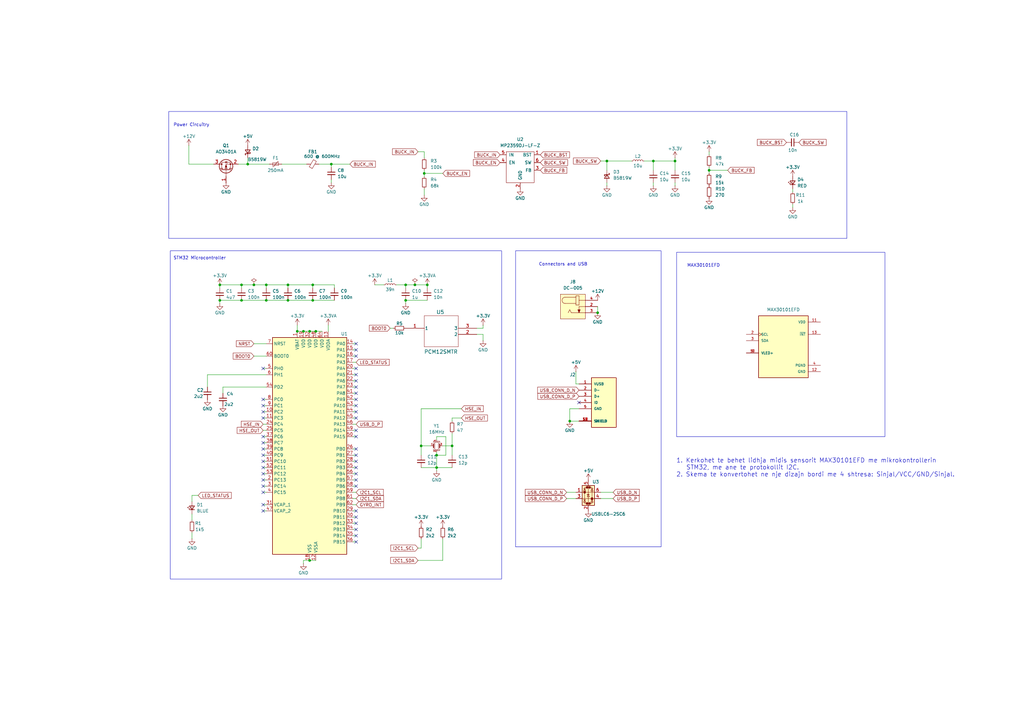
<source format=kicad_sch>
(kicad_sch (version 20231120) (generator "eeschema") (generator_version "8.0")
  (paper "A3")
  (lib_symbols
    (symbol "10118193-0001LF:10118193-0001LF" (pin_names (offset 1.016))
      (property "Reference" "J" (at -5.0817 10.9286 0))
      (property "Value" "10118193-0001LF" (at -5.0819 -12.7097 0))
      (symbol "10118193-0001LF_0_0"
        (pin passive line (at -10.16 7.62 0) (length 5.08) (name "VUSB") (number "1"))
        (pin passive line (at -10.16 5.08 0) (length 5.08) (name "D-") (number "2"))
        (pin passive line (at -10.16 2.54 0) (length 5.08) (name "D+") (number "3"))
        (pin passive line (at -10.16 0 0) (length 5.08) (name "ID") (number "4"))
        (pin passive line (at -10.16 -2.54 0) (length 5.08) (name "GND") (number "5"))
        (pin passive line (at -10.16 -7.62 0) (length 5.08) (name "SHIELD") (number "S1"))
        (pin passive line (at -10.16 -7.62 0) (length 5.08) (name "SHIELD") (number "S2"))
        (pin passive line (at -10.16 -7.62 0) (length 5.08) (name "SHIELD") (number "S3"))
        (pin passive line (at -10.16 -7.62 0) (length 5.08) (name "SHIELD") (number "S4"))
        (pin passive line (at -10.16 -7.62 0) (length 5.08) (name "SHIELD") (number "S5"))
        (pin passive line (at -10.16 -7.62 0) (length 5.08) (name "SHIELD") (number "S6"))
      )
    )
    (symbol "2024-11-09_23-25-21:PCM12SMTR" (pin_names (offset 0.254))
      (property "Reference" "U5" (at 20.32 10.16 0))
      (property "Value" "PCM12SMTR" (at 20.32 7.62 0))
      (symbol "PCM12SMTR_1_1"
        (pin unspecified line (at 0 0 0) (length 7.62) (name "1") (number "1"))
        (pin unspecified line (at 29.21 -2.54 180) (length 7.62) (name "2") (number "2"))
        (pin unspecified line (at 29.21 0 180) (length 7.62) (name "3") (number "3"))
      )
    )
    (symbol "DC-005:DC-005" (pin_names (offset 1.016))
      (property "Reference" "J" (at -5.0943 5.5976 0))
      (property "Value" "DC-005" (at -5.0995 -7.6398 0))
      (symbol "DC-005_0_0"
        (pin passive line (at 10.16 0 180) (length 5.08) (name "~") (number "2"))
        (pin passive line (at 10.16 -2.54 180) (length 5.08) (name "~") (number "3"))
        (pin passive line (at 10.16 2.54 180) (length 5.08) (name "~") (number "4"))
      )
    )
    (symbol "Device:C_Small" (pin_numbers hide) (pin_names (offset 0.254) hide)
      (property "Reference" "C" (at 0.254 1.778 0))
      (property "Value" "C_Small" (at 0.254 -2.032 0))
      (symbol "C_Small_1_1"
        (pin passive line (at 0 2.54 270) (length 2.032) (name "~") (number "1"))
        (pin passive line (at 0 -2.54 90) (length 2.032) (name "~") (number "2"))
      )
    )
    (symbol "Device:Crystal_GND24_Small" (pin_names (offset 1.016) hide)
      (property "Reference" "Y" (at 1.27 4.445 0))
      (property "Value" "Crystal_GND24_Small" (at 1.27 2.54 0))
      (symbol "Crystal_GND24_Small_1_1"
        (pin passive line (at -2.54 0 0) (length 1.27) (name "1") (number "1"))
        (pin passive line (at 0 -2.54 90) (length 0.635) (name "2") (number "2"))
        (pin passive line (at 2.54 0 180) (length 1.27) (name "3") (number "3"))
        (pin passive line (at 0 2.54 270) (length 0.635) (name "4") (number "4"))
      )
    )
    (symbol "Device:D_Schottky_Small" (pin_numbers hide) (pin_names (offset 0.254) hide)
      (property "Reference" "D" (at -1.27 2.032 0))
      (property "Value" "D_Schottky_Small" (at -7.112 -2.032 0))
      (symbol "D_Schottky_Small_1_1"
        (pin passive line (at -2.54 0 0) (length 1.778) (name "K") (number "1"))
        (pin passive line (at 2.54 0 180) (length 1.778) (name "A") (number "2"))
      )
    )
    (symbol "Device:Ferrite_Bead_Small" (pin_numbers hide) (pin_names (offset 0))
      (property "Reference" "FB" (at 1.905 1.27 0))
      (property "Value" "Device_Ferrite_Bead_Small" (at 1.905 -1.27 0))
      (symbol "Ferrite_Bead_Small_1_1"
        (pin passive line (at 0 2.54 270) (length 1.27) (name "~") (number "1"))
        (pin passive line (at 0 -2.54 90) (length 1.27) (name "~") (number "2"))
      )
    )
    (symbol "Device:LED_Small" (pin_numbers hide) (pin_names (offset 0.254) hide)
      (property "Reference" "D" (at -1.27 3.175 0))
      (property "Value" "LED_Small" (at -4.445 -2.54 0))
      (symbol "LED_Small_1_1"
        (pin passive line (at -2.54 0 0) (length 1.778) (name "K") (number "1"))
        (pin passive line (at 2.54 0 180) (length 1.778) (name "A") (number "2"))
      )
    )
    (symbol "Device:L_Small" (pin_numbers hide) (pin_names (offset 0.254) hide)
      (property "Reference" "L" (at 0.762 1.016 0))
      (property "Value" "L_Small" (at 0.762 -1.016 0))
      (symbol "L_Small_1_1"
        (pin passive line (at 0 2.54 270) (length 0.508) (name "~") (number "1"))
        (pin passive line (at 0 -2.54 90) (length 0.508) (name "~") (number "2"))
      )
    )
    (symbol "Device:Polyfuse_Small" (pin_numbers hide) (pin_names (offset 0))
      (property "Reference" "F" (at -1.905 0 90))
      (property "Value" "Polyfuse_Small" (at 1.905 0 90))
      (symbol "Polyfuse_Small_1_1"
        (pin passive line (at 0 2.54 270) (length 0.635) (name "~") (number "1"))
        (pin passive line (at 0 -2.54 90) (length 0.635) (name "~") (number "2"))
      )
    )
    (symbol "Device:R_Small" (pin_numbers hide) (pin_names (offset 0.254) hide)
      (property "Reference" "R" (at 0.762 0.508 0))
      (property "Value" "R_Small" (at 0.762 -1.016 0))
      (symbol "R_Small_1_1"
        (pin passive line (at 0 2.54 270) (length 0.762) (name "~") (number "1"))
        (pin passive line (at 0 -2.54 90) (length 0.762) (name "~") (number "2"))
      )
    )
    (symbol "MAX30101EFD:MAX30101EFD" (pin_names (offset 1.016))
      (property "Reference" "U" (at -10.16 12.7 0))
      (property "Value" "MAX30101EFD" (at -10.16 -15.24 0))
      (symbol "MAX30101EFD_0_0"
        (pin passive line (at -15.24 -2.54 0) (length 5.08) (name "VLED+") (number "10"))
        (pin power_in line (at 15.24 10.16 180) (length 5.08) (name "VDD") (number "11"))
        (pin power_in line (at 15.24 -10.16 180) (length 5.08) (name "GND") (number "12"))
        (pin output line (at 15.24 5.08 180) (length 5.08) (name "~{INT}") (number "13"))
        (pin input clock (at -15.24 5.08 0) (length 5.08) (name "SCL") (number "2"))
        (pin bidirectional line (at -15.24 2.54 0) (length 5.08) (name "SDA") (number "3"))
        (pin power_in line (at 15.24 -7.62 180) (length 5.08) (name "PGND") (number "4"))
        (pin passive line (at -15.24 -2.54 0) (length 5.08) (name "VLED+") (number "9"))
      )
    )
    (symbol "MCU_ST_STM32F4:STM32F405RGTx"
      (property "Reference" "U1" (at 14.224 47.244 0))
      (property "Value" "STM32F405RGT6" (at 12.7 -44.45 0))
      (symbol "STM32F405RGTx_1_1"
        (pin power_in line (at -5.08 48.26 270) (length 2.54) (name "VBAT") (number "1"))
        (pin bidirectional line (at -17.78 15.24 0) (length 2.54) (name "PC2") (number "10"))
        (pin bidirectional line (at -17.78 12.7 0) (length 2.54) (name "PC3") (number "11"))
        (pin power_in line (at 2.54 -45.72 90) (length 2.54) (name "VSSA") (number "12"))
        (pin power_in line (at 7.62 48.26 270) (length 2.54) (name "VDDA") (number "13"))
        (pin bidirectional line (at 17.78 43.18 180) (length 2.54) (name "PA0") (number "14"))
        (pin bidirectional line (at 17.78 40.64 180) (length 2.54) (name "PA1") (number "15"))
        (pin bidirectional line (at 17.78 38.1 180) (length 2.54) (name "PA2") (number "16"))
        (pin bidirectional line (at 17.78 35.56 180) (length 2.54) (name "PA3") (number "17"))
        (pin power_in line (at 0 -45.72 90) (length 2.54) (name "VSS") (number "18"))
        (pin power_in line (at -2.54 48.26 270) (length 2.54) (name "VDD") (number "19"))
        (pin bidirectional line (at -17.78 -12.7 0) (length 2.54) (name "PC13") (number "2"))
        (pin bidirectional line (at 17.78 33.02 180) (length 2.54) (name "PA4") (number "20"))
        (pin bidirectional line (at 17.78 30.48 180) (length 2.54) (name "PA5") (number "21"))
        (pin bidirectional line (at 17.78 27.94 180) (length 2.54) (name "PA6") (number "22"))
        (pin bidirectional line (at 17.78 25.4 180) (length 2.54) (name "PA7") (number "23"))
        (pin bidirectional line (at -17.78 10.16 0) (length 2.54) (name "PC4") (number "24"))
        (pin bidirectional line (at -17.78 7.62 0) (length 2.54) (name "PC5") (number "25"))
        (pin bidirectional line (at 17.78 0 180) (length 2.54) (name "PB0") (number "26"))
        (pin bidirectional line (at 17.78 -2.54 180) (length 2.54) (name "PB1") (number "27"))
        (pin bidirectional line (at 17.78 -5.08 180) (length 2.54) (name "PB2") (number "28"))
        (pin bidirectional line (at 17.78 -25.4 180) (length 2.54) (name "PB10") (number "29"))
        (pin bidirectional line (at -17.78 -15.24 0) (length 2.54) (name "PC14") (number "3"))
        (pin bidirectional line (at 17.78 -27.94 180) (length 2.54) (name "PB11") (number "30"))
        (pin power_out line (at -17.78 -22.86 0) (length 2.54) (name "VCAP_1") (number "31"))
        (pin power_in line (at 0 48.26 270) (length 2.54) (name "VDD") (number "32"))
        (pin bidirectional line (at 17.78 -30.48 180) (length 2.54) (name "PB12") (number "33"))
        (pin bidirectional line (at 17.78 -33.02 180) (length 2.54) (name "PB13") (number "34"))
        (pin bidirectional line (at 17.78 -35.56 180) (length 2.54) (name "PB14") (number "35"))
        (pin bidirectional line (at 17.78 -38.1 180) (length 2.54) (name "PB15") (number "36"))
        (pin bidirectional line (at -17.78 5.08 0) (length 2.54) (name "PC6") (number "37"))
        (pin bidirectional line (at -17.78 2.54 0) (length 2.54) (name "PC7") (number "38"))
        (pin bidirectional line (at -17.78 0 0) (length 2.54) (name "PC8") (number "39"))
        (pin bidirectional line (at -17.78 -17.78 0) (length 2.54) (name "PC15") (number "4"))
        (pin bidirectional line (at -17.78 -2.54 0) (length 2.54) (name "PC9") (number "40"))
        (pin bidirectional line (at 17.78 22.86 180) (length 2.54) (name "PA8") (number "41"))
        (pin bidirectional line (at 17.78 20.32 180) (length 2.54) (name "PA9") (number "42"))
        (pin bidirectional line (at 17.78 17.78 180) (length 2.54) (name "PA10") (number "43"))
        (pin bidirectional line (at 17.78 15.24 180) (length 2.54) (name "PA11") (number "44"))
        (pin bidirectional line (at 17.78 12.7 180) (length 2.54) (name "PA12") (number "45"))
        (pin bidirectional line (at 17.78 10.16 180) (length 2.54) (name "PA13") (number "46"))
        (pin power_out line (at -17.78 -25.4 0) (length 2.54) (name "VCAP_2") (number "47"))
        (pin power_in line (at 2.54 48.26 270) (length 2.54) (name "VDD") (number "48"))
        (pin bidirectional line (at 17.78 7.62 180) (length 2.54) (name "PA14") (number "49"))
        (pin bidirectional line (at -17.78 33.02 0) (length 2.54) (name "PH0") (number "5"))
        (pin bidirectional line (at 17.78 5.08 180) (length 2.54) (name "PA15") (number "50"))
        (pin bidirectional line (at -17.78 -5.08 0) (length 2.54) (name "PC10") (number "51"))
        (pin bidirectional line (at -17.78 -7.62 0) (length 2.54) (name "PC11") (number "52"))
        (pin bidirectional line (at -17.78 -10.16 0) (length 2.54) (name "PC12") (number "53"))
        (pin bidirectional line (at -17.78 25.4 0) (length 2.54) (name "PD2") (number "54"))
        (pin bidirectional line (at 17.78 -7.62 180) (length 2.54) (name "PB3") (number "55"))
        (pin bidirectional line (at 17.78 -10.16 180) (length 2.54) (name "PB4") (number "56"))
        (pin bidirectional line (at 17.78 -12.7 180) (length 2.54) (name "PB5") (number "57"))
        (pin bidirectional line (at 17.78 -15.24 180) (length 2.54) (name "PB6") (number "58"))
        (pin bidirectional line (at 17.78 -17.78 180) (length 2.54) (name "PB7") (number "59"))
        (pin bidirectional line (at -17.78 30.48 0) (length 2.54) (name "PH1") (number "6"))
        (pin input line (at -17.78 38.1 0) (length 2.54) (name "BOOT0") (number "60"))
        (pin bidirectional line (at 17.78 -20.32 180) (length 2.54) (name "PB8") (number "61"))
        (pin bidirectional line (at 17.78 -22.86 180) (length 2.54) (name "PB9") (number "62"))
        (pin passive line (at 0 -45.72 90) (length 2.54) hide (name "VSS") (number "63"))
        (pin power_in line (at 5.08 48.26 270) (length 2.54) (name "VDD") (number "64"))
        (pin input line (at -17.78 43.18 0) (length 2.54) (name "NRST") (number "7"))
        (pin bidirectional line (at -17.78 20.32 0) (length 2.54) (name "PC0") (number "8"))
        (pin bidirectional line (at -17.78 17.78 0) (length 2.54) (name "PC1") (number "9"))
      )
    )
    (symbol "Power_Protection:USBLC6-2SC6" (pin_names hide)
      (property "Reference" "U" (at 0.635 5.715 0))
      (property "Value" "USBLC6-2SC6" (at 0.635 3.81 0))
      (symbol "USBLC6-2SC6_1_1"
        (pin passive line (at -5.08 0 0) (length 2.54) (name "I/O1") (number "1"))
        (pin passive line (at 0 -7.62 90) (length 2.54) (name "GND") (number "2"))
        (pin passive line (at -5.08 -2.54 0) (length 2.54) (name "I/O2") (number "3"))
        (pin passive line (at 5.08 -2.54 180) (length 2.54) (name "I/O2") (number "4"))
        (pin passive line (at 0 5.08 270) (length 2.54) (name "VBUS") (number "5"))
        (pin passive line (at 5.08 0 180) (length 2.54) (name "I/O1") (number "6"))
      )
    )
    (symbol "SchmillipKiCADLibrary:MP2359DJ-LF-Z" (pin_names (offset 1.016))
      (property "Reference" "U" (at 0 9.525 0))
      (property "Value" "SchmillipKiCADLibrary_MP2359DJ-LF-Z" (at 10.16 -6.35 0))
      (symbol "MP2359DJ-LF-Z_1_1"
        (pin input line (at 8.255 6.35 180) (length 2.54) (name "BST") (number "1"))
        (pin power_in line (at 0 -7.62 90) (length 2.54) (name "GND") (number "2"))
        (pin input line (at 8.255 0 180) (length 2.54) (name "FB") (number "3"))
        (pin input line (at -8.255 3.175 0) (length 2.54) (name "EN") (number "4"))
        (pin power_in line (at -8.255 6.35 0) (length 2.54) (name "IN") (number "5"))
        (pin power_out line (at 8.255 3.175 180) (length 2.54) (name "SW") (number "6"))
      )
    )
    (symbol "Transistor_FET:AO3401A" (pin_names hide)
      (property "Reference" "Q" (at 5.08 1.905 0))
      (property "Value" "AO3401A" (at 5.08 0 0))
      (symbol "AO3401A_1_1"
        (pin input line (at -5.08 0 0) (length 2.54) (name "G") (number "1"))
        (pin passive line (at 2.54 -5.08 90) (length 2.54) (name "S") (number "2"))
        (pin passive line (at 2.54 5.08 270) (length 2.54) (name "D") (number "3"))
      )
    )
    (symbol "power:+12V" (power) (pin_numbers hide) (pin_names (offset 0) hide)
      (property "Value" "+12V" (at 0 3.556 0))
      (symbol "+12V_1_1"
        (pin power_in line (at 0 0 90) (length 0) (name "~") (number "1"))
      )
    )
    (symbol "power:+3.3V" (power) (pin_numbers hide) (pin_names (offset 0) hide)
      (property "Value" "+3.3V" (at 0 3.556 0))
      (symbol "+3.3V_1_1"
        (pin power_in line (at 0 0 90) (length 0) (name "~") (number "1"))
      )
    )
    (symbol "power:+3.3VA" (power) (pin_numbers hide) (pin_names (offset 0) hide)
      (property "Value" "+3.3VA" (at 0 3.556 0))
      (symbol "+3.3VA_1_1"
        (pin power_in line (at 0 0 90) (length 0) (name "~") (number "1"))
      )
    )
    (symbol "power:+5V" (power) (pin_numbers hide) (pin_names (offset 0) hide)
      (property "Value" "+5V" (at 0 3.556 0))
      (symbol "+5V_1_1"
        (pin power_in line (at 0 0 90) (length 0) (name "~") (number "1"))
      )
    )
    (symbol "power:GND" (power) (pin_numbers hide) (pin_names (offset 0) hide)
      (property "Value" "GND" (at 0 -3.81 0))
      (symbol "GND_1_1"
        (pin power_in line (at 0 0 270) (length 0) (name "~") (number "1"))
      )
    )
    (symbol "power:PWR_FLAG" (power) (pin_numbers hide) (pin_names (offset 0) hide)
      (property "Value" "PWR_FLAG" (at 0 3.81 0))
      (symbol "PWR_FLAG_0_0"
        (pin power_out line (at 0 0 90) (length 0) (name "~") (number "1"))
      )
    )
  )
  (junction (at 129.54 135.89))
  (junction (at 99.06 123.19))
  (junction (at 172.72 182.88))
  (junction (at 90.17 123.19))
  (junction (at 179.07 191.77))
  (junction (at 127 229.87))
  (junction (at 173.99 71.12))
  (junction (at 175.26 116.84))
  (junction (at 267.97 66.04))
  (junction (at 166.37 123.19))
  (junction (at 248.92 66.04))
  (junction (at 170.18 116.84))
  (junction (at 233.68 172.72))
  (junction (at 109.22 116.84))
  (junction (at 101.6 67.31))
  (junction (at 118.11 116.84))
  (junction (at 104.14 116.84))
  (junction (at 99.06 116.84))
  (junction (at 290.83 69.85))
  (junction (at 276.86 66.04))
  (junction (at 109.22 123.19))
  (junction (at 135.89 67.31))
  (junction (at 90.17 116.84))
  (junction (at 166.37 116.84))
  (junction (at 124.46 135.89))
  (junction (at 245.11 128.27))
  (junction (at 127 135.89))
  (junction (at 128.27 123.19))
  (junction (at 128.27 116.84))
  (junction (at 118.11 123.19))
  (junction (at 179.07 186.69))
  (junction (at 121.92 135.89))
  (junction (at 185.42 182.88))
  (no_connect (at 146.05 166.37))
  (no_connect (at 107.95 166.37))
  (no_connect (at 107.95 189.23))
  (no_connect (at 146.05 156.21))
  (no_connect (at 107.95 199.39))
  (no_connect (at 107.95 196.85))
  (no_connect (at 107.95 201.93))
  (no_connect (at 107.95 186.69))
  (no_connect (at 146.05 143.51))
  (no_connect (at 146.05 158.75))
  (no_connect (at 146.05 194.31))
  (no_connect (at 107.95 207.01))
  (no_connect (at 107.95 194.31))
  (no_connect (at 146.05 179.07))
  (no_connect (at 107.95 171.45))
  (no_connect (at 146.05 212.09))
  (no_connect (at 146.05 217.17))
  (no_connect (at 146.05 184.15))
  (no_connect (at 107.95 168.91))
  (no_connect (at 146.05 219.71))
  (no_connect (at 107.95 179.07))
  (no_connect (at 146.05 189.23))
  (no_connect (at 107.95 209.55))
  (no_connect (at 146.05 146.05))
  (no_connect (at 146.05 214.63))
  (no_connect (at 107.95 184.15))
  (no_connect (at 146.05 163.83))
  (no_connect (at 146.05 176.53))
  (no_connect (at 107.95 151.13))
  (no_connect (at 107.95 181.61))
  (no_connect (at 146.05 161.29))
  (no_connect (at 146.05 186.69))
  (no_connect (at 146.05 222.25))
  (no_connect (at 146.05 209.55))
  (no_connect (at 146.05 196.85))
  (no_connect (at 146.05 140.97))
  (no_connect (at 107.95 191.77))
  (no_connect (at 146.05 171.45))
  (no_connect (at 146.05 153.67))
  (no_connect (at 146.05 191.77))
  (no_connect (at 146.05 151.13))
  (no_connect (at 107.95 163.83))
  (no_connect (at 237.49 165.1))
  (no_connect (at 146.05 168.91))
  (no_connect (at 146.05 199.39))
  (wire (pts (xy 144.78 153.67) (xy 146.05 153.67)))
  (wire (pts (xy 107.95 201.93) (xy 109.22 201.93)))
  (wire (pts (xy 107.95 163.83) (xy 109.22 163.83)))
  (wire (pts (xy 107.95 207.01) (xy 109.22 207.01)))
  (wire (pts (xy 172.72 167.64) (xy 172.72 182.88)))
  (wire (pts (xy 90.17 116.84) (xy 90.17 118.11)))
  (wire (pts (xy 179.07 180.34) (xy 179.07 179.07)))
  (wire (pts (xy 185.42 177.8) (xy 185.42 182.88)))
  (wire (pts (xy 99.06 116.84) (xy 104.14 116.84)))
  (wire (pts (xy 146.05 161.29) (xy 144.78 161.29)))
  (wire (pts (xy 128.27 118.11) (xy 128.27 116.84)))
  (wire (pts (xy 146.05 163.83) (xy 144.78 163.83)))
  (wire (pts (xy 175.26 116.84) (xy 170.18 116.84)))
  (wire (pts (xy 146.05 148.59) (xy 144.78 148.59)))
  (wire (pts (xy 237.49 167.64) (xy 233.68 167.64)))
  (wire (pts (xy 121.92 135.89) (xy 124.46 135.89)))
  (wire (pts (xy 166.37 116.84) (xy 162.56 116.84)))
  (wire (pts (xy 107.95 171.45) (xy 109.22 171.45)))
  (wire (pts (xy 107.95 199.39) (xy 109.22 199.39)))
  (wire (pts (xy 107.95 196.85) (xy 109.22 196.85)))
  (wire (pts (xy 77.47 59.69) (xy 77.47 67.31)))
  (wire (pts (xy 290.83 63.5) (xy 290.83 62.23)))
  (wire (pts (xy 146.05 209.55) (xy 144.78 209.55)))
  (wire (pts (xy 90.17 124.46) (xy 90.17 123.19)))
  (wire (pts (xy 81.28 203.2) (xy 78.74 203.2)))
  (wire (pts (xy 135.89 68.58) (xy 135.89 67.31)))
  (wire (pts (xy 233.68 172.72) (xy 237.49 172.72)))
  (wire (pts (xy 90.17 123.19) (xy 99.06 123.19)))
  (wire (pts (xy 107.95 181.61) (xy 109.22 181.61)))
  (wire (pts (xy 109.22 123.19) (xy 118.11 123.19)))
  (wire (pts (xy 290.83 69.85) (xy 290.83 71.12)))
  (wire (pts (xy 146.05 207.01) (xy 144.78 207.01)))
  (wire (pts (xy 179.07 193.04) (xy 179.07 191.77)))
  (wire (pts (xy 99.06 118.11) (xy 99.06 116.84)))
  (wire (pts (xy 173.99 71.12) (xy 173.99 69.85)))
  (wire (pts (xy 146.05 171.45) (xy 144.78 171.45)))
  (wire (pts (xy 107.95 179.07) (xy 109.22 179.07)))
  (wire (pts (xy 78.74 213.36) (xy 78.74 210.82)))
  (wire (pts (xy 198.12 137.16) (xy 195.58 137.16)))
  (wire (pts (xy 124.46 231.14) (xy 124.46 229.87)))
  (wire (pts (xy 248.92 69.85) (xy 248.92 66.04)))
  (wire (pts (xy 185.42 171.45) (xy 185.42 172.72)))
  (wire (pts (xy 248.92 66.04) (xy 246.38 66.04)))
  (wire (pts (xy 109.22 118.11) (xy 109.22 116.84)))
  (wire (pts (xy 181.61 71.12) (xy 173.99 71.12)))
  (wire (pts (xy 144.78 151.13) (xy 146.05 151.13)))
  (wire (pts (xy 91.44 161.29) (xy 91.44 158.75)))
  (wire (pts (xy 146.05 196.85) (xy 144.78 196.85)))
  (wire (pts (xy 146.05 184.15) (xy 144.78 184.15)))
  (wire (pts (xy 195.58 134.62) (xy 198.12 134.62)))
  (wire (pts (xy 104.14 146.05) (xy 109.22 146.05)))
  (wire (pts (xy 146.05 217.17) (xy 144.78 217.17)))
  (wire (pts (xy 325.12 78.74) (xy 325.12 77.47)))
  (wire (pts (xy 181.61 182.88) (xy 185.42 182.88)))
  (wire (pts (xy 171.45 229.87) (xy 181.61 229.87)))
  (wire (pts (xy 276.86 64.77) (xy 276.86 66.04)))
  (wire (pts (xy 107.95 173.99) (xy 109.22 173.99)))
  (wire (pts (xy 245.11 125.73) (xy 245.11 128.27)))
  (wire (pts (xy 110.49 67.31) (xy 101.6 67.31)))
  (wire (pts (xy 173.99 80.01) (xy 173.99 77.47)))
  (wire (pts (xy 246.38 204.47) (xy 251.46 204.47)))
  (wire (pts (xy 146.05 199.39) (xy 144.78 199.39)))
  (wire (pts (xy 179.07 185.42) (xy 179.07 186.69)))
  (wire (pts (xy 107.95 166.37) (xy 109.22 166.37)))
  (wire (pts (xy 99.06 123.19) (xy 109.22 123.19)))
  (wire (pts (xy 146.05 222.25) (xy 144.78 222.25)))
  (wire (pts (xy 182.88 179.07) (xy 182.88 186.69)))
  (wire (pts (xy 181.61 229.87) (xy 181.61 220.98)))
  (wire (pts (xy 146.05 191.77) (xy 144.78 191.77)))
  (wire (pts (xy 87.63 67.31) (xy 77.47 67.31)))
  (wire (pts (xy 107.95 189.23) (xy 109.22 189.23)))
  (wire (pts (xy 146.05 194.31) (xy 144.78 194.31)))
  (wire (pts (xy 290.83 69.85) (xy 290.83 68.58)))
  (wire (pts (xy 179.07 186.69) (xy 179.07 191.77)))
  (wire (pts (xy 276.86 66.04) (xy 267.97 66.04)))
  (wire (pts (xy 90.17 116.84) (xy 99.06 116.84)))
  (wire (pts (xy 104.14 140.97) (xy 109.22 140.97)))
  (wire (pts (xy 107.95 168.91) (xy 109.22 168.91)))
  (wire (pts (xy 124.46 135.89) (xy 127 135.89)))
  (wire (pts (xy 85.09 158.75) (xy 85.09 153.67)))
  (wire (pts (xy 128.27 123.19) (xy 137.16 123.19)))
  (wire (pts (xy 109.22 116.84) (xy 118.11 116.84)))
  (wire (pts (xy 146.05 166.37) (xy 144.78 166.37)))
  (wire (pts (xy 171.45 224.79) (xy 172.72 224.79)))
  (wire (pts (xy 143.51 67.31) (xy 135.89 67.31)))
  (wire (pts (xy 276.86 69.85) (xy 276.86 66.04)))
  (wire (pts (xy 170.18 116.84) (xy 166.37 116.84)))
  (wire (pts (xy 85.09 153.67) (xy 109.22 153.67)))
  (wire (pts (xy 97.79 67.31) (xy 101.6 67.31)))
  (wire (pts (xy 118.11 118.11) (xy 118.11 116.84)))
  (wire (pts (xy 78.74 220.98) (xy 78.74 218.44)))
  (wire (pts (xy 236.22 157.48) (xy 237.49 157.48)))
  (wire (pts (xy 134.62 133.35) (xy 134.62 135.89)))
  (wire (pts (xy 146.05 168.91) (xy 144.78 168.91)))
  (wire (pts (xy 276.86 76.2) (xy 276.86 74.93)))
  (wire (pts (xy 146.05 186.69) (xy 144.78 186.69)))
  (wire (pts (xy 171.45 62.23) (xy 173.99 62.23)))
  (wire (pts (xy 160.02 134.62) (xy 161.29 134.62)))
  (wire (pts (xy 172.72 167.64) (xy 189.23 167.64)))
  (wire (pts (xy 144.78 146.05) (xy 146.05 146.05)))
  (wire (pts (xy 107.95 176.53) (xy 109.22 176.53)))
  (wire (pts (xy 173.99 72.39) (xy 173.99 71.12)))
  (wire (pts (xy 182.88 186.69) (xy 179.07 186.69)))
  (wire (pts (xy 259.08 66.04) (xy 248.92 66.04)))
  (wire (pts (xy 233.68 167.64) (xy 233.68 172.72)))
  (wire (pts (xy 179.07 191.77) (xy 185.42 191.77)))
  (wire (pts (xy 78.74 203.2) (xy 78.74 205.74)))
  (wire (pts (xy 267.97 76.2) (xy 267.97 74.93)))
  (wire (pts (xy 298.45 69.85) (xy 290.83 69.85)))
  (wire (pts (xy 107.95 186.69) (xy 109.22 186.69)))
  (wire (pts (xy 179.07 179.07) (xy 182.88 179.07)))
  (wire (pts (xy 236.22 152.4) (xy 236.22 157.48)))
  (wire (pts (xy 101.6 64.77) (xy 101.6 67.31)))
  (wire (pts (xy 118.11 116.84) (xy 128.27 116.84)))
  (wire (pts (xy 107.95 209.55) (xy 109.22 209.55)))
  (wire (pts (xy 144.78 143.51) (xy 146.05 143.51)))
  (wire (pts (xy 198.12 134.62) (xy 198.12 133.35)))
  (wire (pts (xy 246.38 201.93) (xy 251.46 201.93)))
  (wire (pts (xy 91.44 158.75) (xy 109.22 158.75)))
  (wire (pts (xy 172.72 186.69) (xy 172.72 182.88)))
  (wire (pts (xy 232.41 204.47) (xy 236.22 204.47)))
  (wire (pts (xy 127 135.89) (xy 129.54 135.89)))
  (wire (pts (xy 118.11 123.19) (xy 128.27 123.19)))
  (wire (pts (xy 146.05 212.09) (xy 144.78 212.09)))
  (wire (pts (xy 146.05 176.53) (xy 144.78 176.53)))
  (wire (pts (xy 166.37 124.46) (xy 166.37 123.19)))
  (wire (pts (xy 232.41 201.93) (xy 236.22 201.93)))
  (wire (pts (xy 173.99 62.23) (xy 173.99 64.77)))
  (wire (pts (xy 325.12 85.09) (xy 325.12 83.82)))
  (wire (pts (xy 127 229.87) (xy 129.54 229.87)))
  (wire (pts (xy 129.54 135.89) (xy 132.08 135.89)))
  (wire (pts (xy 146.05 214.63) (xy 144.78 214.63)))
  (wire (pts (xy 146.05 173.99) (xy 144.78 173.99)))
  (wire (pts (xy 166.37 123.19) (xy 175.26 123.19)))
  (wire (pts (xy 124.46 229.87) (xy 127 229.87)))
  (wire (pts (xy 146.05 158.75) (xy 144.78 158.75)))
  (wire (pts (xy 107.95 194.31) (xy 109.22 194.31)))
  (wire (pts (xy 146.05 140.97) (xy 144.78 140.97)))
  (wire (pts (xy 175.26 118.11) (xy 175.26 116.84)))
  (wire (pts (xy 172.72 224.79) (xy 172.72 220.98)))
  (wire (pts (xy 189.23 171.45) (xy 185.42 171.45)))
  (wire (pts (xy 153.67 116.84) (xy 157.48 116.84)))
  (wire (pts (xy 146.05 201.93) (xy 144.78 201.93)))
  (wire (pts (xy 146.05 189.23) (xy 144.78 189.23)))
  (wire (pts (xy 267.97 66.04) (xy 264.16 66.04)))
  (wire (pts (xy 172.72 182.88) (xy 176.53 182.88)))
  (wire (pts (xy 135.89 67.31) (xy 130.81 67.31)))
  (wire (pts (xy 146.05 156.21) (xy 144.78 156.21)))
  (wire (pts (xy 107.95 151.13) (xy 109.22 151.13)))
  (wire (pts (xy 137.16 116.84) (xy 137.16 118.11)))
  (wire (pts (xy 146.05 204.47) (xy 144.78 204.47)))
  (wire (pts (xy 107.95 191.77) (xy 109.22 191.77)))
  (wire (pts (xy 248.92 76.2) (xy 248.92 74.93)))
  (wire (pts (xy 179.07 191.77) (xy 172.72 191.77)))
  (wire (pts (xy 267.97 69.85) (xy 267.97 66.04)))
  (wire (pts (xy 121.92 133.35) (xy 121.92 135.89)))
  (wire (pts (xy 104.14 116.84) (xy 109.22 116.84)))
  (wire (pts (xy 146.05 179.07) (xy 144.78 179.07)))
  (wire (pts (xy 135.89 74.93) (xy 135.89 73.66)))
  (wire (pts (xy 107.95 184.15) (xy 109.22 184.15)))
  (wire (pts (xy 146.05 219.71) (xy 144.78 219.71)))
  (wire (pts (xy 166.37 118.11) (xy 166.37 116.84)))
  (wire (pts (xy 185.42 186.69) (xy 185.42 182.88)))
  (wire (pts (xy 115.57 67.31) (xy 125.73 67.31)))
  (wire (pts (xy 128.27 116.84) (xy 137.16 116.84)))
  (wire (pts (xy 198.12 139.7) (xy 198.12 137.16)))
  (rectangle (start 69.215 45.72) (end 347.345 97.79))
  (rectangle (start 277.495 103.505) (end 362.966 179.07))
  (rectangle (start 211.455 102.87) (end 271.145 224.282))
  (rectangle (start 69.85 102.87) (end 205.74 237.49))
  (text "1. Kerkohet te behet lidhja midis sensorit MAX30101EFD me mikrokontrollerin \n   STM32, me ane te protokollit I2C.\n2. Skema te konvertohet ne nje dizajn bordi me 4 shtresa: Sinjal/VCC/GND/Sinjal.\n\n" (at 277.368 193.294 0) (effects (font (size 1.778 1.778)) (justify left)))
  (text "MAX30101EFD" (at 288.544 108.966 0) (effects (font (size 1.27 1.27))))
  (text "STM32 Microcontroller" (at 71.12 106.68 0) (effects (font (size 1.27 1.27)) (justify left bottom)))
  (text "Connectors and USB" (at 220.98 109.22 0) (effects (font (size 1.27 1.27)) (justify left bottom)))
  (text "Power Circuitry" (at 71.12 52.07 0) (effects (font (size 1.27 1.27)) (justify left bottom)))
  (global_label "BUCK_SW" (shape input) (at 327.66 58.42 0) (property "Intersheetrefs" "${INTERSHEET_REFS}" (effects (hide yes))))
  (global_label "I2C1_SDA" (shape input) (at 171.45 229.87 180) (property "Intersheetrefs" "${INTERSHEET_REFS}" (effects (hide yes))))
  (global_label "USB_D_N" (shape input) (at 251.46 201.93 0) (property "Intersheetrefs" "${INTERSHEET_REFS}" (effects (hide yes))))
  (global_label "BOOT0" (shape input) (at 160.02 134.62 180) (property "Intersheetrefs" "${INTERSHEET_REFS}" (effects (hide yes))))
  (global_label "HSE_IN" (shape input) (at 107.95 173.99 180) (property "Intersheetrefs" "${INTERSHEET_REFS}" (effects (hide yes))))
  (global_label "HSE_OUT" (shape input) (at 107.95 176.53 180) (property "Intersheetrefs" "${INTERSHEET_REFS}" (effects (hide yes))))
  (global_label "BOOT0" (shape input) (at 104.14 146.05 180) (property "Intersheetrefs" "${INTERSHEET_REFS}" (effects (hide yes))))
  (global_label "I2C1_SCL" (shape input) (at 146.05 201.93 0) (property "Intersheetrefs" "${INTERSHEET_REFS}" (effects (hide yes))))
  (global_label "BUCK_EN" (shape input) (at 181.61 71.12 0) (property "Intersheetrefs" "${INTERSHEET_REFS}" (effects (hide yes))))
  (global_label "USB_CONN_D_N" (shape input) (at 232.41 201.93 180) (property "Intersheetrefs" "${INTERSHEET_REFS}" (effects (hide yes))))
  (global_label "I2C1_SDA" (shape input) (at 146.05 204.47 0) (property "Intersheetrefs" "${INTERSHEET_REFS}" (effects (hide yes))))
  (global_label "GYRO_INT" (shape input) (at 146.05 207.01 0) (property "Intersheetrefs" "${INTERSHEET_REFS}" (effects (hide yes))))
  (global_label "USB_CONN_D_P" (shape input) (at 232.41 204.47 180) (property "Intersheetrefs" "${INTERSHEET_REFS}" (effects (hide yes))))
  (global_label "BUCK_BST" (shape input) (at 322.58 58.42 180) (property "Intersheetrefs" "${INTERSHEET_REFS}" (effects (hide yes))))
  (global_label "LED_STATUS" (shape input) (at 146.05 148.59 0) (property "Intersheetrefs" "${INTERSHEET_REFS}" (effects (hide yes))))
  (global_label "BUCK_IN" (shape input) (at 143.51 67.31 0) (property "Intersheetrefs" "${INTERSHEET_REFS}" (effects (hide yes))))
  (global_label "I2C1_SCL" (shape input) (at 171.45 224.79 180) (property "Intersheetrefs" "${INTERSHEET_REFS}" (effects (hide yes))))
  (global_label "BUCK_SW" (shape input) (at 221.615 66.675 0) (property "Intersheetrefs" "${INTERSHEET_REFS}" (effects (hide yes))))
  (global_label "HSE_IN" (shape input) (at 189.23 167.64 0) (property "Intersheetrefs" "${INTERSHEET_REFS}" (effects (hide yes))))
  (global_label "NRST" (shape input) (at 104.14 140.97 180) (property "Intersheetrefs" "${INTERSHEET_REFS}" (effects (hide yes))))
  (global_label "LED_STATUS" (shape input) (at 81.28 203.2 0) (property "Intersheetrefs" "${INTERSHEET_REFS}" (effects (hide yes))))
  (global_label "BUCK_IN" (shape input) (at 171.45 62.23 180) (property "Intersheetrefs" "${INTERSHEET_REFS}" (effects (hide yes))))
  (global_label "HSE_OUT" (shape input) (at 189.23 171.45 0) (property "Intersheetrefs" "${INTERSHEET_REFS}" (effects (hide yes))))
  (global_label "BUCK_SW" (shape input) (at 246.38 66.04 180) (property "Intersheetrefs" "${INTERSHEET_REFS}" (effects (hide yes))))
  (global_label "USB_CONN_D_P" (shape input) (at 237.49 162.56 180) (property "Intersheetrefs" "${INTERSHEET_REFS}" (effects (hide yes))))
  (global_label "BUCK_FB" (shape input) (at 221.615 69.85 0) (property "Intersheetrefs" "${INTERSHEET_REFS}" (effects (hide yes))))
  (global_label "USB_D_P" (shape input) (at 146.05 173.99 0) (property "Intersheetrefs" "${INTERSHEET_REFS}" (effects (hide yes))))
  (global_label "USB_CONN_D_N" (shape input) (at 237.49 160.02 180) (property "Intersheetrefs" "${INTERSHEET_REFS}" (effects (hide yes))))
  (global_label "USB_D_P" (shape input) (at 251.46 204.47 0) (property "Intersheetrefs" "${INTERSHEET_REFS}" (effects (hide yes))))
  (global_label "BUCK_BST" (shape input) (at 221.615 63.5 0) (property "Intersheetrefs" "${INTERSHEET_REFS}" (effects (hide yes))))
  (global_label "BUCK_EN" (shape input) (at 205.105 66.675 180) (property "Intersheetrefs" "${INTERSHEET_REFS}" (effects (hide yes))))
  (global_label "BUCK_FB" (shape input) (at 298.45 69.85 0) (property "Intersheetrefs" "${INTERSHEET_REFS}" (effects (hide yes))))
  (global_label "BUCK_IN" (shape input) (at 205.105 63.5 180) (property "Intersheetrefs" "${INTERSHEET_REFS}" (effects (hide yes))))
  (symbol (lib_id "Device:D_Schottky_Small") (at 101.6 62.23 90) (unit 1)
    (property "Reference" "D2" (at 103.505 60.96 90) (effects (justify right)))
    (property "Value" "B5819W" (at 101.6 65.405 90) (effects (justify right)))
    (property "Footprint" "Diode_SMD:D_SOD-123" (effects (hide yes)))
    (property "LCSC Part #" "C8598" (effects (hide yes)))
  )
  (symbol (lib_id "MAX30101EFD:MAX30101EFD") (at 321.31 142.24 0) (unit 1)
    (property "Reference" "U4" (effects (hide yes)))
    (property "Value" "MAX30101EFD" (at 321.31 127 0))
    (property "Footprint" "MAX30101EFD:PSON80P560X330X165-14N" (effects (hide yes)))
    (property "MF" "Analog Devices" (effects (hide yes)))
    (property "Description_1" "\n                        \n                            High-Sensitivity Pulse Oximeter and Heart-Rate Sensor for Wearable Health\n                        \n" (effects (hide yes)))
    (property "Package" "OLGA-14 Maxim" (effects (hide yes)))
    (property "Price" "None" (effects (hide yes)))
    (property "Check_prices" "https://www.snapeda.com/parts/MAX30101EFD+T/Analog+Devices/view-part/?ref=eda" (effects (hide yes)))
    (property "STANDARD" "IPC7351B" (effects (hide yes)))
    (property "PARTREV" "2" (effects (hide yes)))
    (property "SnapEDA_Link" "https://www.snapeda.com/parts/MAX30101EFD+T/Analog+Devices/view-part/?ref=snap" (effects (hide yes)))
    (property "MP" "MAX30101EFD+T" (effects (hide yes)))
    (property "Availability" "In Stock" (effects (hide yes)))
    (property "MANUFACTURER" "Maxim Integrated" (effects (hide yes)))
  )
  (symbol (lib_id "Device:C_Small") (at 325.12 58.42 270) (unit 1)
    (property "Reference" "C16" (at 323.85 55.245 90) (effects (justify left)))
    (property "Value" "10n" (at 323.215 61.595 90) (effects (justify left)))
    (property "Footprint" "Capacitor_SMD:C_0603_1608Metric" (effects (hide yes)))
    (property "LCSC Part #" "C57112" (effects (hide yes)))
  )
  (symbol (lib_id "power:GND") (at 233.68 172.72 0) (unit 1)
    (property "Reference" "#PWR027" (effects (hide yes)))
    (property "Value" "GND" (at 233.68 176.53 0))
  )
  (symbol (lib_id "Device:C_Small") (at 185.42 189.23 0) (unit 1)
    (property "Reference" "C13" (at 187.96 187.325 0) (effects (justify left)))
    (property "Value" "12p" (at 187.96 189.865 0) (effects (justify left)))
    (property "Footprint" "Capacitor_SMD:C_0402_1005Metric" (effects (hide yes)))
    (property "LCSC Part #" "C1547" (effects (hide yes)))
  )
  (symbol (lib_id "power:+3.3V") (at 90.17 116.84 0) (unit 1)
    (property "Reference" "#PWR03" (effects (hide yes)))
    (property "Value" "+3.3V" (at 90.17 113.03 0))
  )
  (symbol (lib_id "Device:C_Small") (at 137.16 120.65 0) (unit 1)
    (property "Reference" "C9" (at 139.7 119.38 0) (effects (justify left)))
    (property "Value" "100n" (at 139.7 121.92 0) (effects (justify left)))
    (property "Footprint" "Capacitor_SMD:C_0402_1005Metric" (effects (hide yes)))
    (property "LCSC Part #" "C1525" (effects (hide yes)))
  )
  (symbol (lib_id "power:GND") (at 90.17 124.46 0) (unit 1)
    (property "Reference" "#PWR04" (effects (hide yes)))
    (property "Value" "GND" (at 90.17 128.27 0))
  )
  (symbol (lib_id "Device:R_Small") (at 173.99 67.31 0) (unit 1)
    (property "Reference" "R3" (at 176.53 66.04 0) (effects (justify left)))
    (property "Value" "100k" (at 176.53 68.58 0) (effects (justify left)))
    (property "Footprint" "Resistor_SMD:R_0603_1608Metric" (effects (hide yes)))
    (property "LCSC Part #" "C25803" (effects (hide yes)))
  )
  (symbol (lib_id "power:GND") (at 248.92 76.2 0) (unit 1)
    (property "Reference" "#PWR029" (effects (hide yes)))
    (property "Value" "GND" (at 248.92 80.01 0))
  )
  (symbol (lib_id "power:+3.3V") (at 276.86 64.77 0) (unit 1)
    (property "Reference" "#PWR031" (effects (hide yes)))
    (property "Value" "+3.3V" (at 276.86 60.96 0))
  )
  (symbol (lib_id "Device:R_Small") (at 181.61 218.44 0) (unit 1)
    (property "Reference" "R6" (at 183.515 217.17 0) (effects (justify left)))
    (property "Value" "2k2" (at 183.515 219.71 0) (effects (justify left)))
    (property "Footprint" "Resistor_SMD:R_0402_1005Metric" (effects (hide yes)))
    (property "LCSC Part #" "C25879" (effects (hide yes)))
  )
  (symbol (lib_id "SchmillipKiCADLibrary:MP2359DJ-LF-Z") (at 213.36 69.85 0) (unit 1)
    (property "Reference" "U2" (at 213.36 57.15 0))
    (property "Value" "MP2359DJ-LF-Z" (at 213.36 59.69 0))
    (property "Footprint" "Package_TO_SOT_SMD:SOT-23-6" (effects (hide yes)))
    (property "LCSC Part #" "C14259" (effects (hide yes)))
  )
  (symbol (lib_id "power:GND") (at 166.37 124.46 0) (unit 1)
    (property "Reference" "#PWR014" (effects (hide yes)))
    (property "Value" "GND" (at 166.37 128.27 0))
  )
  (symbol (lib_id "Device:L_Small") (at 261.62 66.04 90) (unit 1)
    (property "Reference" "L2" (at 261.62 64.135 90))
    (property "Value" "10u" (at 261.62 67.945 90))
    (property "Footprint" "SPM6530T-100M-HZ:IND_SPM6530T-100M-HZ" (effects (hide yes)))
    (property "Description" "TDK SPM6530T-100M-HZ" (effects (hide yes)))
    (property "LCSC Part #" "C360728" (effects (hide yes)))
  )
  (symbol (lib_id "power:+12V") (at 77.47 59.69 0) (unit 1)
    (property "Reference" "#PWR01" (effects (hide yes)))
    (property "Value" "+12V" (at 77.47 55.88 0))
  )
  (symbol (lib_id "power:GND") (at 135.89 74.93 0) (unit 1)
    (property "Reference" "#PWR012" (effects (hide yes)))
    (property "Value" "GND" (at 135.89 78.74 0))
  )
  (symbol (lib_id "power:GND") (at 91.44 166.37 0) (unit 1)
    (property "Reference" "#PWR07" (effects (hide yes)))
    (property "Value" "GND" (at 91.44 170.18 0))
  )
  (symbol (lib_id "Device:C_Small") (at 128.27 120.65 0) (unit 1)
    (property "Reference" "C7" (at 130.81 119.38 0) (effects (justify left)))
    (property "Value" "100n" (at 130.81 121.92 0) (effects (justify left)))
    (property "Footprint" "Capacitor_SMD:C_0402_1005Metric" (effects (hide yes)))
    (property "LCSC Part #" "C1525" (effects (hide yes)))
  )
  (symbol (lib_id "Device:C_Small") (at 267.97 72.39 0) (unit 1)
    (property "Reference" "C14" (at 270.51 71.12 0) (effects (justify left)))
    (property "Value" "10u" (at 270.51 73.66 0) (effects (justify left)))
    (property "Footprint" "Capacitor_SMD:C_1206_3216Metric" (effects (hide yes)))
    (property "LCSC Part #" "C13585" (effects (hide yes)))
  )
  (symbol (lib_id "Device:C_Small") (at 109.22 120.65 0) (unit 1)
    (property "Reference" "C5" (at 111.76 119.38 0) (effects (justify left)))
    (property "Value" "100n" (at 111.76 121.92 0) (effects (justify left)))
    (property "Footprint" "Capacitor_SMD:C_0402_1005Metric" (effects (hide yes)))
    (property "LCSC Part #" "C1525" (effects (hide yes)))
  )
  (symbol (lib_id "Device:Polyfuse_Small") (at 113.03 67.31 270) (unit 1)
    (property "Reference" "F1" (at 113.03 64.77 90))
    (property "Value" "250mA" (at 113.03 69.85 90))
    (property "Footprint" "Fuse:Fuse_1206_3216Metric" (effects (hide yes)))
    (property "LCSC Part #" "C369159" (effects (hide yes)))
  )
  (symbol (lib_id "Device:Ferrite_Bead_Small") (at 128.27 67.31 270) (unit 1)
    (property "Reference" "FB1" (at 128.27 62.23 90))
    (property "Value" "600 @ 600MHz" (at 132.08 64.135 90))
    (property "Footprint" "Inductor_SMD:L_0805_2012Metric" (effects (hide yes)))
    (property "LCSC Part #" "C1017" (effects (hide yes)))
  )
  (symbol (lib_id "power:+5V") (at 236.22 152.4 0) (unit 1)
    (property "Reference" "#PWR028" (effects (hide yes)))
    (property "Value" "+5V" (at 236.22 148.59 0))
  )
  (symbol (lib_id "Device:R_Small") (at 185.42 175.26 0) (unit 1)
    (property "Reference" "R7" (at 187.325 173.99 0) (effects (justify left)))
    (property "Value" "47" (at 187.325 176.53 0) (effects (justify left)))
    (property "Footprint" "Resistor_SMD:R_0402_1005Metric" (effects (hide yes)))
    (property "LCSC Part #" "C25118" (effects (hide yes)))
  )
  (symbol (lib_id "power:GND") (at 198.12 139.7 0) (unit 1)
    (property "Reference" "#PWR021" (effects (hide yes)))
    (property "Value" "GND" (at 198.12 143.51 0))
  )
  (symbol (lib_id "power:GND") (at 85.09 163.83 0) (unit 1)
    (property "Reference" "#PWR05" (effects (hide yes)))
    (property "Value" "GND" (at 85.09 167.64 0))
  )
  (symbol (lib_id "power:+3.3V") (at 181.61 215.9 0) (unit 1)
    (property "Reference" "#PWR019" (effects (hide yes)))
    (property "Value" "+3.3V" (at 181.61 212.09 0))
  )
  (symbol (lib_id "Device:C_Small") (at 175.26 120.65 0) (unit 1)
    (property "Reference" "C12" (at 177.8 119.38 0) (effects (justify left)))
    (property "Value" "10n" (at 177.8 121.92 0) (effects (justify left)))
    (property "Footprint" "Capacitor_SMD:C_0402_1005Metric" (effects (hide yes)))
    (property "LCSC Part #" "C15195" (effects (hide yes)))
  )
  (symbol (lib_id "power:GND") (at 267.97 76.2 0) (unit 1)
    (property "Reference" "#PWR030" (effects (hide yes)))
    (property "Value" "GND" (at 267.97 80.01 0))
  )
  (symbol (lib_id "power:GND") (at 124.46 231.14 0) (unit 1)
    (property "Reference" "#PWR010" (effects (hide yes)))
    (property "Value" "GND" (at 124.46 234.95 0))
  )
  (symbol (lib_id "10118193-0001LF:10118193-0001LF") (at 247.65 165.1 0) (unit 1)
    (property "Reference" "J2" (at 233.68 153.6699 0) (effects (justify left)))
    (property "Value" "10118193-0001LF" (effects (hide yes)))
    (property "Footprint" "10118193-0001LF:AMPHENOL_10118193-0001LF" (effects (hide yes)))
    (property "MF" "AMPHENOL ICC / FCI" (effects (hide yes)))
    (property "MAXIMUM_PACKAGE_HEIGHT" "2.55 mm" (effects (hide yes)))
    (property "Package" "None" (effects (hide yes)))
    (property "Price" "None" (effects (hide yes)))
    (property "Check_prices" "https://www.snapeda.com/parts/10118193-0001LF/Amphenol/view-part/?ref=eda" (effects (hide yes)))
    (property "STANDARD" "Manufacturer Recommendations" (effects (hide yes)))
    (property "PARTREV" "E" (effects (hide yes)))
    (property "SnapEDA_Link" "https://www.snapeda.com/parts/10118193-0001LF/Amphenol/view-part/?ref=snap" (effects (hide yes)))
    (property "MP" "10118193-0001LF" (effects (hide yes)))
    (property "Description_1" "\n                        \n                            Right Angle Surface Mount Mount Female USB Connector 100 V ac 1.8A | Amphenol FCI (Amphenol CS) 10118193-0001LF\n                        \n" (effects (hide yes)))
    (property "Availability" "In Stock" (effects (hide yes)))
    (property "MANUFACTURER" "Amphenol FCI" (effects (hide yes)))
  )
  (symbol (lib_id "power:PWR_FLAG") (at 104.14 116.84 0) (unit 1)
    (property "Reference" "#FLG01" (effects (hide yes)))
    (property "Value" "PWR_FLAG" (effects (hide yes)))
    (property "Description" "Special symbol for telling ERC where power comes from" (effects (hide yes)))
  )
  (symbol (lib_id "Device:C_Small") (at 85.09 161.29 0) (unit 1)
    (property "Reference" "C2" (at 80.772 160.02 0) (effects (justify left)))
    (property "Value" "2u2" (at 79.502 162.56 0) (effects (justify left)))
    (property "Footprint" "Capacitor_SMD:C_0603_1608Metric" (effects (hide yes)))
    (property "LCSC Part #" "C23630" (effects (hide yes)))
  )
  (symbol (lib_id "Device:LED_Small") (at 78.74 208.28 90) (unit 1)
    (property "Reference" "D1" (at 80.645 207.01 90) (effects (justify right)))
    (property "Value" "BLUE" (at 80.645 209.55 90) (effects (justify right)))
    (property "Footprint" "LED_SMD:LED_0603_1608Metric" (effects (hide yes)))
    (property "LCSC Part #" "C72041" (effects (hide yes)))
  )
  (symbol (lib_id "Device:R_Small") (at 325.12 81.28 180) (unit 1)
    (property "Reference" "R11" (at 328.295 80.01 0))
    (property "Value" "1k" (at 328.295 82.55 0))
    (property "Footprint" "Resistor_SMD:R_0603_1608Metric" (effects (hide yes)))
    (property "LCSC Part #" "C21190" (effects (hide yes)))
  )
  (symbol (lib_id "Device:L_Small") (at 160.02 116.84 90) (unit 1)
    (property "Reference" "L1" (at 160.02 114.935 90))
    (property "Value" "39n" (at 160.02 118.745 90))
    (property "Footprint" "Inductor_SMD:L_0402_1005Metric" (effects (hide yes)))
    (property "LCSC Part #" "C26443" (effects (hide yes)))
  )
  (symbol (lib_id "power:+3.3V") (at 290.83 62.23 0) (unit 1)
    (property "Reference" "#PWR037" (effects (hide yes)))
    (property "Value" "+3.3V" (at 290.83 58.42 0))
  )
  (symbol (lib_id "power:+3.3VA") (at 134.62 133.35 0) (unit 1)
    (property "Reference" "#PWR011" (effects (hide yes)))
    (property "Value" "+3.3VA" (at 134.62 129.54 0))
  )
  (symbol (lib_id "power:GND") (at 245.11 128.27 0) (unit 1)
    (property "Reference" "#PWR024" (effects (hide yes)))
    (property "Value" "GND" (at 245.11 132.08 0))
  )
  (symbol (lib_id "Device:R_Small") (at 290.83 66.04 0) (unit 1)
    (property "Reference" "R8" (at 293.37 64.77 0) (effects (justify left)))
    (property "Value" "47k" (at 293.37 67.31 0) (effects (justify left)))
    (property "Footprint" "Resistor_SMD:R_0603_1608Metric" (effects (hide yes)))
    (property "LCSC Part #" "C25819" (effects (hide yes)))
  )
  (symbol (lib_id "Device:C_Small") (at 172.72 189.23 0) (unit 1)
    (property "Reference" "C11" (at 175.26 187.325 0) (effects (justify left)))
    (property "Value" "12p" (at 175.26 189.865 0) (effects (justify left)))
    (property "Footprint" "Capacitor_SMD:C_0402_1005Metric" (effects (hide yes)))
    (property "LCSC Part #" "C1547" (effects (hide yes)))
  )
  (symbol (lib_id "power:+3.3VA") (at 175.26 116.84 0) (unit 1)
    (property "Reference" "#PWR017" (effects (hide yes)))
    (property "Value" "+3.3VA" (at 175.26 113.03 0))
  )
  (symbol (lib_id "power:+3.3V") (at 325.12 72.39 0) (unit 1)
    (property "Reference" "#PWR042" (effects (hide yes)))
    (property "Value" "+3.3V" (at 325.12 68.58 0))
  )
  (symbol (lib_id "Device:C_Small") (at 118.11 120.65 0) (unit 1)
    (property "Reference" "C6" (at 120.65 119.38 0) (effects (justify left)))
    (property "Value" "100n" (at 120.65 121.92 0) (effects (justify left)))
    (property "Footprint" "Capacitor_SMD:C_0402_1005Metric" (effects (hide yes)))
    (property "LCSC Part #" "C1525" (effects (hide yes)))
  )
  (symbol (lib_id "power:+5V") (at 101.6 59.69 0) (unit 1)
    (property "Reference" "#PWR08" (effects (hide yes)))
    (property "Value" "+5V" (at 101.6 55.88 0))
  )
  (symbol (lib_id "Device:C_Small") (at 166.37 120.65 0) (unit 1)
    (property "Reference" "C10" (at 168.91 119.38 0) (effects (justify left)))
    (property "Value" "1u" (at 168.91 121.92 0) (effects (justify left)))
    (property "Footprint" "Capacitor_SMD:C_0402_1005Metric" (effects (hide yes)))
    (property "LCSC Part #" "C52923" (effects (hide yes)))
  )
  (symbol (lib_id "power:+5V") (at 241.3 196.85 0) (unit 1)
    (property "Reference" "#PWR039" (effects (hide yes)))
    (property "Value" "+5V" (at 241.3 193.04 0))
  )
  (symbol (lib_id "power:GND") (at 276.86 76.2 0) (unit 1)
    (property "Reference" "#PWR032" (effects (hide yes)))
    (property "Value" "GND" (at 276.86 80.01 0))
  )
  (symbol (lib_id "Power_Protection:USBLC6-2SC6") (at 241.3 201.93 0) (unit 1)
    (property "Reference" "U3" (at 244.348 197.612 0))
    (property "Value" "USBLC6-2SC6" (at 249.555 210.82 0))
    (property "Footprint" "Package_TO_SOT_SMD:SOT-23-6" (effects (hide yes)))
    (property "Datasheet" "https://www.st.com/resource/en/datasheet/usblc6-2.pdf" (effects (hide yes)))
    (property "LCSC Part #" "C7519" (effects (hide yes)))
  )
  (symbol (lib_id "2024-11-09_23-25-21:PCM12SMTR") (at 166.37 134.62 0) (unit 1)
    (property "Reference" "U5" (at 180.594 128.016 0) (effects (font (size 1.524 1.524))))
    (property "Value" "PCM12SMTR" (at 180.848 144.272 0) (effects (font (size 1.524 1.524))))
    (property "Footprint" "KiCad:PCM12SMTR" (effects (hide yes)))
    (property "Datasheet" "PCM12SMTR" (effects (hide yes)))
  )
  (symbol (lib_id "MCU_ST_STM32F4:STM32F405RGTx") (at 127 184.15 0) (unit 1)
    (property "Reference" "U1" (at 141.224 136.906 0))
    (property "Value" "STM32F405RGT6" (effects (hide yes)))
    (property "Footprint" "Package_QFP:LQFP-64_10x10mm_P0.5mm" (effects (hide yes)))
    (property "Datasheet" "http://www.st.com/st-web-ui/static/active/en/resource/technical/document/datasheet/DM00037051.pdf" (effects (hide yes)))
    (property "LCSC Part #" "C15742" (effects (hide yes)))
  )
  (symbol (lib_id "power:+3.3V") (at 153.67 116.84 0) (unit 1)
    (property "Reference" "#PWR013" (effects (hide yes)))
    (property "Value" "+3.3V" (at 153.67 113.03 0))
  )
  (symbol (lib_id "power:+3.3V") (at 121.92 133.35 0) (unit 1)
    (property "Reference" "#PWR09" (effects (hide yes)))
    (property "Value" "+3.3V" (at 121.92 129.54 0))
  )
  (symbol (lib_id "Device:R_Small") (at 290.83 73.66 0) (unit 1)
    (property "Reference" "R9" (at 293.37 72.39 0) (effects (justify left)))
    (property "Value" "15k" (at 293.37 74.93 0) (effects (justify left)))
    (property "Footprint" "Resistor_SMD:R_0603_1608Metric" (effects (hide yes)))
    (property "LCSC Part #" "C22809" (effects (hide yes)))
  )
  (symbol (lib_id "Device:R_Small") (at 173.99 74.93 0) (unit 1)
    (property "Reference" "R4" (at 176.53 73.66 0) (effects (justify left)))
    (property "Value" "68k" (at 176.53 76.2 0) (effects (justify left)))
    (property "Footprint" "Resistor_SMD:R_0603_1608Metric" (effects (hide yes)))
    (property "LCSC Part #" "C23231" (effects (hide yes)))
  )
  (symbol (lib_id "Device:C_Small") (at 135.89 71.12 0) (unit 1)
    (property "Reference" "C8" (at 138.43 69.85 0) (effects (justify left)))
    (property "Value" "10u" (at 138.43 72.39 0) (effects (justify left)))
    (property "Footprint" "Capacitor_SMD:C_1206_3216Metric" (effects (hide yes)))
    (property "LCSC Part #" "C13585" (effects (hide yes)))
  )
  (symbol (lib_id "power:GND") (at 290.83 81.28 0) (unit 1)
    (property "Reference" "#PWR038" (effects (hide yes)))
    (property "Value" "GND" (at 290.83 85.09 0))
  )
  (symbol (lib_id "power:+3.3V") (at 172.72 215.9 0) (unit 1)
    (property "Reference" "#PWR015" (effects (hide yes)))
    (property "Value" "+3.3V" (at 172.72 212.09 0))
  )
  (symbol (lib_id "power:GND") (at 213.36 77.47 0) (unit 1)
    (property "Reference" "#PWR022" (effects (hide yes)))
    (property "Value" "GND" (at 213.36 81.28 0))
  )
  (symbol (lib_id "power:GND") (at 92.71 74.93 0) (unit 1)
    (property "Reference" "#PWR06" (effects (hide yes)))
    (property "Value" "GND" (at 92.71 78.74 0))
  )
  (symbol (lib_id "Device:C_Small") (at 276.86 72.39 0) (unit 1)
    (property "Reference" "C15" (at 279.4 71.12 0) (effects (justify left)))
    (property "Value" "10u" (at 279.4 73.66 0) (effects (justify left)))
    (property "Footprint" "Capacitor_SMD:C_1206_3216Metric" (effects (hide yes)))
    (property "LCSC Part #" "C13585" (effects (hide yes)))
  )
  (symbol (lib_id "DC-005:DC-005") (at 234.95 125.73 0) (unit 1)
    (property "Reference" "J8" (at 234.95 115.57 0))
    (property "Value" "DC-005" (at 234.95 118.11 0))
    (property "Footprint" "DC-005:NINIGI_DC-005" (effects (hide yes)))
    (property "MF" "Best Inc." (effects (hide yes)))
    (property "DESCRIPTION" "Conn Dc Power Jack 2.1mm" (effects (hide yes)))
    (property "PACKAGE" "None" (effects (hide yes)))
    (property "PRICE" "None" (effects (hide yes)))
    (property "Package" "DC Power Jack Best Inc." (effects (hide yes)))
    (property "Check_prices" "https://www.snapeda.com/parts/DC-005/Best+Inc./view-part/?ref=eda" (effects (hide yes)))
    (property "Price" "None" (effects (hide yes)))
    (property "SnapEDA_Link" "https://www.snapeda.com/parts/DC-005/Best+Inc./view-part/?ref=snap" (effects (hide yes)))
    (property "MP" "DC-005" (effects (hide yes)))
    (property "Availability" "Not in stock" (effects (hide yes)))
    (property "AVAILABILITY" "Unavailable" (effects (hide yes)))
    (property "Description_1" "\n                        \n                            6.4x14.2x9.0mm Power DC Receptacle\n                        \n" (effects (hide yes)))
  )
  (symbol (lib_id "power:GND") (at 325.12 85.09 0) (unit 1)
    (property "Reference" "#PWR043" (effects (hide yes)))
    (property "Value" "GND" (at 325.12 88.9 0))
  )
  (symbol (lib_id "Device:D_Schottky_Small") (at 248.92 72.39 270) (unit 1)
    (property "Reference" "D3" (at 251.46 70.485 90) (effects (justify left)))
    (property "Value" "B5819W" (at 251.46 73.025 90) (effects (justify left)))
    (property "Footprint" "Diode_SMD:D_SOD-123" (effects (hide yes)))
    (property "LCSC Part #" "C8598" (effects (hide yes)))
  )
  (symbol (lib_id "power:GND") (at 173.99 80.01 0) (unit 1)
    (property "Reference" "#PWR016" (effects (hide yes)))
    (property "Value" "GND" (at 173.99 83.82 0))
  )
  (symbol (lib_id "Device:C_Small") (at 99.06 120.65 0) (unit 1)
    (property "Reference" "C3" (at 101.6 119.38 0) (effects (justify left)))
    (property "Value" "100n" (at 101.6 121.92 0) (effects (justify left)))
    (property "Footprint" "Capacitor_SMD:C_0402_1005Metric" (effects (hide yes)))
    (property "LCSC Part #" "C1525" (effects (hide yes)))
  )
  (symbol (lib_id "Device:R_Small") (at 78.74 215.9 180) (unit 1)
    (property "Reference" "R1" (at 81.28 214.63 0))
    (property "Value" "1k5" (at 81.915 217.17 0))
    (property "Footprint" "Resistor_SMD:R_0603_1608Metric" (effects (hide yes)))
    (property "LCSC Part #" "C22843" (effects (hide yes)))
  )
  (symbol (lib_id "power:GND") (at 179.07 193.04 0) (unit 1)
    (property "Reference" "#PWR018" (effects (hide yes)))
    (property "Value" "GND" (at 179.07 196.85 0))
  )
  (symbol (lib_id "power:PWR_FLAG") (at 170.18 116.84 0) (unit 1)
    (property "Reference" "#FLG03" (effects (hide yes)))
    (property "Value" "PWR_FLAG" (effects (hide yes)))
    (property "Description" "Special symbol for telling ERC where power comes from" (effects (hide yes)))
  )
  (symbol (lib_id "power:+12V") (at 245.11 123.19 0) (unit 1)
    (property "Reference" "#PWR023" (effects (hide yes)))
    (property "Value" "+12V" (at 245.11 119.38 0))
  )
  (symbol (lib_id "Transistor_FET:AO3401A") (at 92.71 69.85 90) (unit 1)
    (property "Reference" "Q1" (at 92.71 59.69 90))
    (property "Value" "AO3401A" (at 92.71 62.23 90))
    (property "Footprint" "Package_TO_SOT_SMD:SOT-23" (effects (hide yes)))
    (property "Datasheet" "http://www.aosmd.com/pdfs/datasheet/AO3401A.pdf" (effects (hide yes)))
    (property "LCSC Part #" "C15127" (effects (hide yes)))
  )
  (symbol (lib_id "Device:R_Small") (at 163.83 134.62 270) (unit 1)
    (property "Reference" "R5" (at 163.83 132.715 90))
    (property "Value" "10k" (at 163.83 136.525 90))
    (property "Footprint" "Resistor_SMD:R_0402_1005Metric" (effects (hide yes)))
    (property "LCSC Part #" "C25744" (effects (hide yes)))
  )
  (symbol (lib_id "power:+3.3V") (at 198.12 133.35 0) (unit 1)
    (property "Reference" "#PWR020" (effects (hide yes)))
    (property "Value" "+3.3V" (at 198.12 129.54 0))
  )
  (symbol (lib_id "Device:LED_Small") (at 325.12 74.93 90) (unit 1)
    (property "Reference" "D4" (at 327.025 73.66 90) (effects (justify right)))
    (property "Value" "RED" (at 327.025 76.2 90) (effects (justify right)))
    (property "Footprint" "LED_SMD:LED_0603_1608Metric" (effects (hide yes)))
    (property "LCSC Part #" "C2286" (effects (hide yes)))
  )
  (symbol (lib_id "power:GND") (at 241.3 209.55 0) (unit 1)
    (property "Reference" "#PWR040" (effects (hide yes)))
    (property "Value" "GND" (at 241.3 213.36 0))
  )
  (symbol (lib_id "Device:Crystal_GND24_Small") (at 179.07 182.88 0) (unit 1)
    (property "Reference" "Y1" (at 177.8 174.625 0) (effects (justify left)))
    (property "Value" "16MHz" (at 175.895 177.165 0) (effects (justify left)))
    (property "Footprint" "Crystal:Crystal_SMD_3225-4Pin_3.2x2.5mm" (effects (hide yes)))
    (property "LCSC Part #" "C13738" (effects (hide yes)))
  )
  (symbol (lib_id "power:GND") (at 78.74 220.98 0) (unit 1)
    (property "Reference" "#PWR02" (effects (hide yes)))
    (property "Value" "GND" (at 78.74 224.79 0))
  )
  (symbol (lib_id "Device:C_Small") (at 90.17 120.65 0) (unit 1)
    (property "Reference" "C1" (at 92.71 119.38 0) (effects (justify left)))
    (property "Value" "4u7" (at 92.71 121.92 0) (effects (justify left)))
    (property "Footprint" "Capacitor_SMD:C_0603_1608Metric" (effects (hide yes)))
    (property "LCSC Part #" "C19666" (effects (hide yes)))
  )
  (symbol (lib_id "Device:C_Small") (at 91.44 163.83 0) (unit 1)
    (property "Reference" "C4" (at 92.964 161.544 0) (effects (justify left)))
    (property "Value" "2u2" (at 91.948 165.862 0) (effects (justify left)))
    (property "Footprint" "Capacitor_SMD:C_0603_1608Metric" (effects (hide yes)))
    (property "LCSC Part #" "C23630" (effects (hide yes)))
  )
  (symbol (lib_id "Device:R_Small") (at 290.83 78.74 0) (unit 1)
    (property "Reference" "R10" (at 293.37 77.47 0) (effects (justify left)))
    (property "Value" "270" (at 293.37 80.01 0) (effects (justify left)))
    (property "Footprint" "Resistor_SMD:R_0603_1608Metric" (effects (hide yes)))
    (property "LCSC Part #" "C22966" (effects (hide yes)))
  )
  (symbol (lib_id "Device:R_Small") (at 172.72 218.44 0) (unit 1)
    (property "Reference" "R2" (at 174.625 217.17 0) (effects (justify left)))
    (property "Value" "2k2" (at 174.625 219.71 0) (effects (justify left)))
    (property "Footprint" "Resistor_SMD:R_0402_1005Metric" (effects (hide yes)))
    (property "LCSC Part #" "C25879" (effects (hide yes)))
  )
)
</source>
